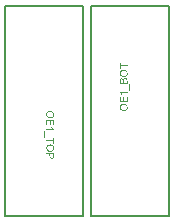
<source format=gbr>
%TF.GenerationSoftware,Altium Limited,Altium Designer,23.3.1 (30)*%
G04 Layer_Color=32896*
%FSLAX45Y45*%
%MOMM*%
%TF.SameCoordinates,9B08417B-AAB0-44DC-96C9-EC8FD7F4D7BA*%
%TF.FilePolarity,Positive*%
%TF.FileFunction,Other,Top_Value*%
%TF.Part,Single*%
G01*
G75*
%TA.AperFunction,NonConductor*%
%ADD40C,0.20000*%
G36*
X4271801Y2305388D02*
X4272874D01*
X4274239Y2305193D01*
X4275800Y2304998D01*
X4277458Y2304803D01*
X4279409Y2304412D01*
X4281359Y2303925D01*
X4283407Y2303437D01*
X4285456Y2302754D01*
X4287504Y2301877D01*
X4289552Y2300901D01*
X4291601Y2299828D01*
X4293454Y2298463D01*
X4295209Y2297000D01*
X4295307Y2296902D01*
X4295599Y2296610D01*
X4296087Y2296122D01*
X4296672Y2295439D01*
X4297355Y2294561D01*
X4298038Y2293586D01*
X4298916Y2292416D01*
X4299794Y2291050D01*
X4300574Y2289489D01*
X4301452Y2287831D01*
X4302134Y2285978D01*
X4302915Y2284027D01*
X4303402Y2281979D01*
X4303890Y2279736D01*
X4304183Y2277297D01*
X4304280Y2274859D01*
Y2273981D01*
X4304183Y2273396D01*
Y2272616D01*
X4304085Y2271640D01*
X4303890Y2270665D01*
X4303793Y2269495D01*
X4303207Y2267056D01*
X4302427Y2264325D01*
X4301452Y2261594D01*
X4300769Y2260229D01*
X4299989Y2258863D01*
Y2258766D01*
X4299794Y2258571D01*
X4299598Y2258180D01*
X4299208Y2257693D01*
X4298818Y2257108D01*
X4298233Y2256425D01*
X4296965Y2254864D01*
X4295307Y2253109D01*
X4293259Y2251255D01*
X4290918Y2249597D01*
X4288187Y2248037D01*
X4288089D01*
X4287797Y2247842D01*
X4287406Y2247647D01*
X4286821Y2247451D01*
X4286138Y2247159D01*
X4285261Y2246866D01*
X4284285Y2246476D01*
X4283212Y2246086D01*
X4281944Y2245793D01*
X4280676Y2245403D01*
X4277750Y2244818D01*
X4274532Y2244428D01*
X4271020Y2244233D01*
X4270923D01*
X4270630D01*
X4270045D01*
X4269362Y2244330D01*
X4268484D01*
X4267509Y2244428D01*
X4266436Y2244525D01*
X4265168Y2244720D01*
X4262437Y2245208D01*
X4259511Y2245891D01*
X4256488Y2246866D01*
X4253561Y2248232D01*
X4253464D01*
X4253269Y2248427D01*
X4252879Y2248622D01*
X4252294Y2248914D01*
X4251708Y2249402D01*
X4250928Y2249890D01*
X4249270Y2251060D01*
X4247417Y2252621D01*
X4245466Y2254572D01*
X4243613Y2256815D01*
X4241955Y2259351D01*
Y2259448D01*
X4241760Y2259643D01*
X4241565Y2260034D01*
X4241369Y2260619D01*
X4241077Y2261302D01*
X4240687Y2262082D01*
X4240394Y2262960D01*
X4240004Y2264033D01*
X4239321Y2266276D01*
X4238638Y2268909D01*
X4238248Y2271835D01*
X4238053Y2274859D01*
Y2275737D01*
X4238151Y2276420D01*
Y2277200D01*
X4238248Y2278078D01*
X4238443Y2279151D01*
X4238638Y2280321D01*
X4239126Y2282759D01*
X4239906Y2285490D01*
X4240979Y2288319D01*
X4241565Y2289685D01*
X4242345Y2291050D01*
X4242442Y2291148D01*
X4242540Y2291343D01*
X4242833Y2291733D01*
X4243125Y2292220D01*
X4243613Y2292806D01*
X4244100Y2293488D01*
X4245466Y2295049D01*
X4247222Y2296805D01*
X4249172Y2298658D01*
X4251611Y2300316D01*
X4254244Y2301877D01*
X4254342D01*
X4254634Y2302072D01*
X4255025Y2302169D01*
X4255610Y2302462D01*
X4256292Y2302754D01*
X4257073Y2303047D01*
X4258048Y2303340D01*
X4259121Y2303632D01*
X4260291Y2304022D01*
X4261462Y2304315D01*
X4264193Y2304900D01*
X4267119Y2305290D01*
X4270240Y2305485D01*
X4270435D01*
X4270923D01*
X4271801Y2305388D01*
D02*
G37*
G36*
X4303207Y2186784D02*
X4295697D01*
Y2224628D01*
X4275995D01*
Y2189222D01*
X4268484D01*
Y2224628D01*
X4246636D01*
Y2185321D01*
X4239126D01*
Y2233114D01*
X4303207D01*
Y2186784D01*
D02*
G37*
G36*
X4287406Y2170691D02*
X4287504Y2170496D01*
X4287699Y2170105D01*
X4287992Y2169715D01*
X4288284Y2169130D01*
X4288577Y2168447D01*
X4289455Y2166887D01*
X4290528Y2165131D01*
X4291796Y2163180D01*
X4293259Y2161230D01*
X4294819Y2159376D01*
X4294917Y2159279D01*
X4295014Y2159181D01*
X4295599Y2158596D01*
X4296477Y2157718D01*
X4297550Y2156645D01*
X4298916Y2155475D01*
X4300379Y2154305D01*
X4301939Y2153232D01*
X4303500Y2152354D01*
Y2147184D01*
X4239126D01*
Y2155085D01*
X4289260D01*
X4289162Y2155182D01*
X4288772Y2155573D01*
X4288284Y2156255D01*
X4287602Y2157133D01*
X4286724Y2158206D01*
X4285846Y2159474D01*
X4284773Y2160937D01*
X4283798Y2162595D01*
Y2162693D01*
X4283700Y2162790D01*
X4283310Y2163375D01*
X4282822Y2164253D01*
X4282237Y2165326D01*
X4281554Y2166594D01*
X4280969Y2167960D01*
X4280286Y2169423D01*
X4279701Y2170788D01*
X4287406D01*
Y2170691D01*
D02*
G37*
G36*
X4227032Y2080080D02*
X4221375D01*
Y2132164D01*
X4227032D01*
Y2080080D01*
D02*
G37*
G36*
X4303207Y2028288D02*
X4295697D01*
Y2049356D01*
X4239126D01*
Y2057841D01*
X4295697D01*
Y2078909D01*
X4303207D01*
Y2028288D01*
D02*
G37*
G36*
X4271801Y2022046D02*
X4272874D01*
X4274239Y2021851D01*
X4275800Y2021656D01*
X4277458Y2021461D01*
X4279409Y2021070D01*
X4281359Y2020583D01*
X4283407Y2020095D01*
X4285456Y2019412D01*
X4287504Y2018534D01*
X4289552Y2017559D01*
X4291601Y2016486D01*
X4293454Y2015121D01*
X4295209Y2013658D01*
X4295307Y2013560D01*
X4295599Y2013267D01*
X4296087Y2012780D01*
X4296672Y2012097D01*
X4297355Y2011219D01*
X4298038Y2010244D01*
X4298916Y2009073D01*
X4299794Y2007708D01*
X4300574Y2006147D01*
X4301452Y2004489D01*
X4302134Y2002636D01*
X4302915Y2000685D01*
X4303402Y1998637D01*
X4303890Y1996394D01*
X4304183Y1993955D01*
X4304280Y1991517D01*
Y1990639D01*
X4304183Y1990054D01*
Y1989274D01*
X4304085Y1988298D01*
X4303890Y1987323D01*
X4303793Y1986152D01*
X4303207Y1983714D01*
X4302427Y1980983D01*
X4301452Y1978252D01*
X4300769Y1976887D01*
X4299989Y1975521D01*
Y1975424D01*
X4299794Y1975228D01*
X4299598Y1974838D01*
X4299208Y1974351D01*
X4298818Y1973765D01*
X4298233Y1973083D01*
X4296965Y1971522D01*
X4295307Y1969766D01*
X4293259Y1967913D01*
X4290918Y1966255D01*
X4288187Y1964695D01*
X4288089D01*
X4287797Y1964499D01*
X4287406Y1964304D01*
X4286821Y1964109D01*
X4286138Y1963817D01*
X4285261Y1963524D01*
X4284285Y1963134D01*
X4283212Y1962744D01*
X4281944Y1962451D01*
X4280676Y1962061D01*
X4277750Y1961476D01*
X4274532Y1961086D01*
X4271020Y1960891D01*
X4270923D01*
X4270630D01*
X4270045D01*
X4269362Y1960988D01*
X4268484D01*
X4267509Y1961086D01*
X4266436Y1961183D01*
X4265168Y1961378D01*
X4262437Y1961866D01*
X4259511Y1962549D01*
X4256488Y1963524D01*
X4253561Y1964890D01*
X4253464D01*
X4253269Y1965085D01*
X4252879Y1965280D01*
X4252294Y1965572D01*
X4251708Y1966060D01*
X4250928Y1966548D01*
X4249270Y1967718D01*
X4247417Y1969279D01*
X4245466Y1971229D01*
X4243613Y1973473D01*
X4241955Y1976009D01*
Y1976106D01*
X4241760Y1976301D01*
X4241565Y1976692D01*
X4241369Y1977277D01*
X4241077Y1977959D01*
X4240687Y1978740D01*
X4240394Y1979618D01*
X4240004Y1980690D01*
X4239321Y1982934D01*
X4238638Y1985567D01*
X4238248Y1988493D01*
X4238053Y1991517D01*
Y1992395D01*
X4238151Y1993078D01*
Y1993858D01*
X4238248Y1994736D01*
X4238443Y1995809D01*
X4238638Y1996979D01*
X4239126Y1999417D01*
X4239906Y2002148D01*
X4240979Y2004977D01*
X4241565Y2006342D01*
X4242345Y2007708D01*
X4242442Y2007805D01*
X4242540Y2008001D01*
X4242833Y2008391D01*
X4243125Y2008878D01*
X4243613Y2009464D01*
X4244100Y2010146D01*
X4245466Y2011707D01*
X4247222Y2013463D01*
X4249172Y2015316D01*
X4251611Y2016974D01*
X4254244Y2018534D01*
X4254342D01*
X4254634Y2018730D01*
X4255025Y2018827D01*
X4255610Y2019120D01*
X4256292Y2019412D01*
X4257073Y2019705D01*
X4258048Y2019997D01*
X4259121Y2020290D01*
X4260291Y2020680D01*
X4261462Y2020973D01*
X4264193Y2021558D01*
X4267119Y2021948D01*
X4270240Y2022143D01*
X4270435D01*
X4270923D01*
X4271801Y2022046D01*
D02*
G37*
G36*
X4303207Y1923729D02*
X4303110Y1922266D01*
X4303012Y1920706D01*
X4302915Y1919048D01*
X4302720Y1917487D01*
X4302525Y1916122D01*
Y1915927D01*
X4302329Y1915341D01*
X4302134Y1914464D01*
X4301842Y1913391D01*
X4301452Y1912123D01*
X4300964Y1910855D01*
X4300281Y1909489D01*
X4299501Y1908221D01*
X4299403Y1908124D01*
X4299111Y1907636D01*
X4298623Y1907051D01*
X4297940Y1906368D01*
X4297063Y1905588D01*
X4295990Y1904710D01*
X4294819Y1903832D01*
X4293356Y1903052D01*
X4293161Y1902954D01*
X4292673Y1902759D01*
X4291893Y1902467D01*
X4290820Y1902076D01*
X4289552Y1901686D01*
X4288089Y1901394D01*
X4286431Y1901199D01*
X4284675Y1901101D01*
X4284578D01*
X4284285D01*
X4283895D01*
X4283310Y1901199D01*
X4282627Y1901296D01*
X4281749Y1901394D01*
X4280872Y1901491D01*
X4279896Y1901784D01*
X4277653Y1902369D01*
X4275410Y1903344D01*
X4274239Y1903930D01*
X4273069Y1904612D01*
X4271898Y1905393D01*
X4270825Y1906368D01*
X4270728Y1906466D01*
X4270630Y1906661D01*
X4270338Y1906953D01*
X4269948Y1907343D01*
X4269557Y1908026D01*
X4269070Y1908709D01*
X4268582Y1909587D01*
X4268094Y1910660D01*
X4267509Y1911830D01*
X4267021Y1913196D01*
X4266534Y1914756D01*
X4266144Y1916414D01*
X4265753Y1918365D01*
X4265461Y1920413D01*
X4265363Y1922657D01*
X4265266Y1925095D01*
Y1941481D01*
X4239126D01*
Y1949967D01*
X4303207D01*
Y1923729D01*
D02*
G37*
G36*
X4869369Y2690848D02*
X4925940D01*
Y2682362D01*
X4869369D01*
Y2661294D01*
X4861859D01*
Y2711916D01*
X4869369D01*
Y2690848D01*
D02*
G37*
G36*
X4895704Y2655052D02*
X4896582D01*
X4897557Y2654955D01*
X4898630Y2654857D01*
X4899898Y2654662D01*
X4902629Y2654174D01*
X4905555Y2653492D01*
X4908578Y2652516D01*
X4911505Y2651151D01*
X4911602D01*
X4911797Y2650956D01*
X4912187Y2650761D01*
X4912772Y2650468D01*
X4913358Y2649980D01*
X4914138Y2649493D01*
X4915796Y2648322D01*
X4917649Y2646762D01*
X4919600Y2644811D01*
X4921453Y2642567D01*
X4923111Y2640032D01*
Y2639934D01*
X4923306Y2639739D01*
X4923501Y2639349D01*
X4923697Y2638764D01*
X4923989Y2638081D01*
X4924379Y2637301D01*
X4924672Y2636423D01*
X4925062Y2635350D01*
X4925745Y2633106D01*
X4926428Y2630473D01*
X4926818Y2627547D01*
X4927013Y2624523D01*
Y2623646D01*
X4926915Y2622963D01*
Y2622182D01*
X4926818Y2621305D01*
X4926623Y2620232D01*
X4926428Y2619061D01*
X4925940Y2616623D01*
X4925160Y2613892D01*
X4924087Y2611063D01*
X4923501Y2609698D01*
X4922721Y2608332D01*
X4922624Y2608235D01*
X4922526Y2608040D01*
X4922233Y2607650D01*
X4921941Y2607162D01*
X4921453Y2606577D01*
X4920966Y2605894D01*
X4919600Y2604333D01*
X4917844Y2602578D01*
X4915894Y2600725D01*
X4913455Y2599066D01*
X4910822Y2597506D01*
X4910724D01*
X4910432Y2597311D01*
X4910041Y2597213D01*
X4909456Y2596921D01*
X4908774Y2596628D01*
X4907993Y2596335D01*
X4907018Y2596043D01*
X4905945Y2595750D01*
X4904775Y2595360D01*
X4903604Y2595067D01*
X4900873Y2594482D01*
X4897947Y2594092D01*
X4894826Y2593897D01*
X4894631D01*
X4894143D01*
X4893265Y2593995D01*
X4892192D01*
X4890827Y2594190D01*
X4889266Y2594385D01*
X4887608Y2594580D01*
X4885657Y2594970D01*
X4883707Y2595458D01*
X4881659Y2595945D01*
X4879610Y2596628D01*
X4877562Y2597506D01*
X4875514Y2598481D01*
X4873465Y2599554D01*
X4871612Y2600920D01*
X4869857Y2602383D01*
X4869759Y2602480D01*
X4869467Y2602773D01*
X4868979Y2603260D01*
X4868394Y2603943D01*
X4867711Y2604821D01*
X4867028Y2605796D01*
X4866150Y2606967D01*
X4865272Y2608332D01*
X4864492Y2609893D01*
X4863614Y2611551D01*
X4862932Y2613404D01*
X4862151Y2615355D01*
X4861664Y2617403D01*
X4861176Y2619647D01*
X4860883Y2622085D01*
X4860786Y2624523D01*
Y2625401D01*
X4860883Y2625986D01*
Y2626767D01*
X4860981Y2627742D01*
X4861176Y2628717D01*
X4861273Y2629888D01*
X4861859Y2632326D01*
X4862639Y2635057D01*
X4863614Y2637788D01*
X4864297Y2639154D01*
X4865077Y2640519D01*
Y2640617D01*
X4865272Y2640812D01*
X4865468Y2641202D01*
X4865858Y2641690D01*
X4866248Y2642275D01*
X4866833Y2642958D01*
X4868101Y2644518D01*
X4869759Y2646274D01*
X4871807Y2648127D01*
X4874148Y2649785D01*
X4876879Y2651346D01*
X4876977D01*
X4877269Y2651541D01*
X4877660Y2651736D01*
X4878245Y2651931D01*
X4878928Y2652224D01*
X4879805Y2652516D01*
X4880781Y2652906D01*
X4881854Y2653296D01*
X4883122Y2653589D01*
X4884390Y2653979D01*
X4887316Y2654564D01*
X4890534Y2654955D01*
X4894046Y2655150D01*
X4894143D01*
X4894436D01*
X4895021D01*
X4895704Y2655052D01*
D02*
G37*
G36*
X4909066Y2584729D02*
X4910139Y2584631D01*
X4911407Y2584338D01*
X4912870Y2584046D01*
X4914333Y2583558D01*
X4915796Y2582875D01*
X4915991Y2582778D01*
X4916479Y2582583D01*
X4917162Y2582095D01*
X4918039Y2581607D01*
X4919015Y2580925D01*
X4919990Y2580144D01*
X4920966Y2579169D01*
X4921843Y2578194D01*
X4921941Y2578096D01*
X4922136Y2577706D01*
X4922526Y2577121D01*
X4923014Y2576243D01*
X4923501Y2575268D01*
X4923989Y2574000D01*
X4924477Y2572634D01*
X4924964Y2571171D01*
Y2570976D01*
X4925160Y2570391D01*
X4925257Y2569513D01*
X4925452Y2568343D01*
X4925647Y2566782D01*
X4925745Y2565026D01*
X4925940Y2563076D01*
Y2536448D01*
X4861859D01*
Y2561613D01*
X4861956Y2562295D01*
Y2562978D01*
X4862054Y2564636D01*
X4862346Y2566489D01*
X4862639Y2568440D01*
X4863127Y2570391D01*
X4863809Y2572146D01*
Y2572244D01*
X4863907Y2572342D01*
X4864200Y2572927D01*
X4864687Y2573707D01*
X4865272Y2574682D01*
X4866150Y2575853D01*
X4867223Y2577023D01*
X4868394Y2578096D01*
X4869857Y2579169D01*
X4870052Y2579267D01*
X4870539Y2579559D01*
X4871417Y2579949D01*
X4872490Y2580437D01*
X4873758Y2580925D01*
X4875124Y2581315D01*
X4876684Y2581607D01*
X4878342Y2581705D01*
X4878537D01*
X4879025D01*
X4879805Y2581607D01*
X4880878Y2581412D01*
X4882049Y2581120D01*
X4883317Y2580730D01*
X4884780Y2580242D01*
X4886145Y2579462D01*
X4886340Y2579364D01*
X4886730Y2579072D01*
X4887413Y2578486D01*
X4888193Y2577804D01*
X4889169Y2576828D01*
X4890047Y2575658D01*
X4891022Y2574292D01*
X4891900Y2572634D01*
Y2572732D01*
X4891997Y2572927D01*
X4892095Y2573219D01*
X4892192Y2573610D01*
X4892680Y2574682D01*
X4893265Y2575950D01*
X4894143Y2577413D01*
X4895118Y2578876D01*
X4896289Y2580340D01*
X4897752Y2581607D01*
X4897947Y2581705D01*
X4898435Y2582095D01*
X4899313Y2582583D01*
X4900483Y2583266D01*
X4901946Y2583851D01*
X4903507Y2584338D01*
X4905360Y2584729D01*
X4907408Y2584826D01*
X4907603D01*
X4908188D01*
X4909066Y2584729D01*
D02*
G37*
G36*
X4943691Y2478805D02*
X4938034D01*
Y2530889D01*
X4943691D01*
Y2478805D01*
D02*
G37*
G36*
X4925940Y2455884D02*
X4875806D01*
X4875904Y2455786D01*
X4876294Y2455396D01*
X4876782Y2454713D01*
X4877464Y2453835D01*
X4878342Y2452762D01*
X4879220Y2451494D01*
X4880293Y2450031D01*
X4881268Y2448373D01*
Y2448276D01*
X4881366Y2448178D01*
X4881756Y2447593D01*
X4882244Y2446715D01*
X4882829Y2445642D01*
X4883512Y2444374D01*
X4884097Y2443009D01*
X4884780Y2441546D01*
X4885365Y2440180D01*
X4877660D01*
Y2440278D01*
X4877562Y2440473D01*
X4877367Y2440863D01*
X4877074Y2441253D01*
X4876782Y2441838D01*
X4876489Y2442521D01*
X4875611Y2444082D01*
X4874538Y2445837D01*
X4873270Y2447788D01*
X4871807Y2449739D01*
X4870247Y2451592D01*
X4870149Y2451690D01*
X4870052Y2451787D01*
X4869467Y2452372D01*
X4868589Y2453250D01*
X4867516Y2454323D01*
X4866150Y2455493D01*
X4864687Y2456664D01*
X4863127Y2457737D01*
X4861566Y2458615D01*
Y2463784D01*
X4925940D01*
Y2455884D01*
D02*
G37*
G36*
Y2377855D02*
X4861859D01*
Y2424184D01*
X4869369D01*
Y2386340D01*
X4889071D01*
Y2421746D01*
X4896582D01*
Y2386340D01*
X4918430D01*
Y2425647D01*
X4925940D01*
Y2377855D01*
D02*
G37*
G36*
X4895704Y2366638D02*
X4896582D01*
X4897557Y2366541D01*
X4898630Y2366443D01*
X4899898Y2366248D01*
X4902629Y2365760D01*
X4905555Y2365078D01*
X4908578Y2364102D01*
X4911505Y2362737D01*
X4911602D01*
X4911797Y2362542D01*
X4912187Y2362347D01*
X4912772Y2362054D01*
X4913358Y2361566D01*
X4914138Y2361079D01*
X4915796Y2359908D01*
X4917649Y2358348D01*
X4919600Y2356397D01*
X4921453Y2354154D01*
X4923111Y2351618D01*
Y2351520D01*
X4923306Y2351325D01*
X4923501Y2350935D01*
X4923697Y2350350D01*
X4923989Y2349667D01*
X4924379Y2348887D01*
X4924672Y2348009D01*
X4925062Y2346936D01*
X4925745Y2344693D01*
X4926428Y2342059D01*
X4926818Y2339133D01*
X4927013Y2336109D01*
Y2335232D01*
X4926915Y2334549D01*
Y2333769D01*
X4926818Y2332891D01*
X4926623Y2331818D01*
X4926428Y2330647D01*
X4925940Y2328209D01*
X4925160Y2325478D01*
X4924087Y2322649D01*
X4923501Y2321284D01*
X4922721Y2319918D01*
X4922624Y2319821D01*
X4922526Y2319626D01*
X4922233Y2319236D01*
X4921941Y2318748D01*
X4921453Y2318163D01*
X4920966Y2317480D01*
X4919600Y2315919D01*
X4917844Y2314164D01*
X4915894Y2312311D01*
X4913455Y2310652D01*
X4910822Y2309092D01*
X4910724D01*
X4910432Y2308897D01*
X4910041Y2308799D01*
X4909456Y2308507D01*
X4908774Y2308214D01*
X4907993Y2307921D01*
X4907018Y2307629D01*
X4905945Y2307336D01*
X4904775Y2306946D01*
X4903604Y2306654D01*
X4900873Y2306068D01*
X4897947Y2305678D01*
X4894826Y2305483D01*
X4894631D01*
X4894143D01*
X4893265Y2305581D01*
X4892192D01*
X4890827Y2305776D01*
X4889266Y2305971D01*
X4887608Y2306166D01*
X4885657Y2306556D01*
X4883707Y2307044D01*
X4881659Y2307531D01*
X4879610Y2308214D01*
X4877562Y2309092D01*
X4875514Y2310067D01*
X4873465Y2311140D01*
X4871612Y2312506D01*
X4869857Y2313969D01*
X4869759Y2314066D01*
X4869467Y2314359D01*
X4868979Y2314847D01*
X4868394Y2315529D01*
X4867711Y2316407D01*
X4867028Y2317382D01*
X4866150Y2318553D01*
X4865272Y2319918D01*
X4864492Y2321479D01*
X4863614Y2323137D01*
X4862932Y2324990D01*
X4862151Y2326941D01*
X4861664Y2328989D01*
X4861176Y2331233D01*
X4860883Y2333671D01*
X4860786Y2336109D01*
Y2336987D01*
X4860883Y2337572D01*
Y2338353D01*
X4860981Y2339328D01*
X4861176Y2340303D01*
X4861273Y2341474D01*
X4861859Y2343912D01*
X4862639Y2346643D01*
X4863614Y2349374D01*
X4864297Y2350740D01*
X4865077Y2352105D01*
Y2352203D01*
X4865272Y2352398D01*
X4865468Y2352788D01*
X4865858Y2353276D01*
X4866248Y2353861D01*
X4866833Y2354544D01*
X4868101Y2356104D01*
X4869759Y2357860D01*
X4871807Y2359713D01*
X4874148Y2361371D01*
X4876879Y2362932D01*
X4876977D01*
X4877269Y2363127D01*
X4877660Y2363322D01*
X4878245Y2363517D01*
X4878928Y2363810D01*
X4879805Y2364102D01*
X4880781Y2364492D01*
X4881854Y2364882D01*
X4883122Y2365175D01*
X4884390Y2365565D01*
X4887316Y2366150D01*
X4890534Y2366541D01*
X4894046Y2366736D01*
X4894143D01*
X4894436D01*
X4895021D01*
X4895704Y2366638D01*
D02*
G37*
%LPC*%
G36*
X4270143Y2296707D02*
X4270045D01*
X4269655D01*
X4269070D01*
X4268192Y2296610D01*
X4267217Y2296512D01*
X4266144Y2296415D01*
X4264876Y2296219D01*
X4263510Y2295927D01*
X4260584Y2295244D01*
X4259121Y2294659D01*
X4257560Y2294074D01*
X4256097Y2293391D01*
X4254634Y2292611D01*
X4253171Y2291635D01*
X4251903Y2290562D01*
X4251806Y2290465D01*
X4251611Y2290270D01*
X4251318Y2289880D01*
X4250830Y2289392D01*
X4250343Y2288807D01*
X4249855Y2288124D01*
X4249172Y2287246D01*
X4248587Y2286271D01*
X4248002Y2285198D01*
X4247417Y2284027D01*
X4246831Y2282759D01*
X4246344Y2281296D01*
X4245856Y2279833D01*
X4245564Y2278273D01*
X4245368Y2276712D01*
X4245271Y2274957D01*
Y2274079D01*
X4245368Y2273396D01*
X4245466Y2272518D01*
X4245661Y2271640D01*
X4245856Y2270567D01*
X4246149Y2269397D01*
X4246929Y2266959D01*
X4247417Y2265593D01*
X4248099Y2264325D01*
X4248880Y2262960D01*
X4249758Y2261692D01*
X4250733Y2260424D01*
X4251903Y2259253D01*
X4252001Y2259156D01*
X4252196Y2258961D01*
X4252586Y2258668D01*
X4253171Y2258278D01*
X4253854Y2257790D01*
X4254732Y2257303D01*
X4255707Y2256717D01*
X4256780Y2256132D01*
X4258146Y2255547D01*
X4259511Y2254962D01*
X4261072Y2254474D01*
X4262827Y2253986D01*
X4264681Y2253596D01*
X4266631Y2253304D01*
X4268777Y2253109D01*
X4271020Y2253011D01*
X4271118D01*
X4271411D01*
X4271801D01*
X4272288D01*
X4272971Y2253109D01*
X4273849D01*
X4275702Y2253304D01*
X4277750Y2253694D01*
X4280091Y2254181D01*
X4282432Y2254864D01*
X4284675Y2255742D01*
X4284773D01*
X4284968Y2255840D01*
X4285261Y2256035D01*
X4285651Y2256230D01*
X4286724Y2256815D01*
X4287992Y2257693D01*
X4289455Y2258766D01*
X4291015Y2260131D01*
X4292478Y2261692D01*
X4293746Y2263447D01*
Y2263545D01*
X4293844Y2263642D01*
X4294039Y2263935D01*
X4294234Y2264325D01*
X4294722Y2265398D01*
X4295404Y2266764D01*
X4295990Y2268422D01*
X4296477Y2270372D01*
X4296867Y2272518D01*
X4296965Y2274859D01*
Y2275737D01*
X4296867Y2276322D01*
X4296770Y2277102D01*
X4296672Y2278078D01*
X4296477Y2279053D01*
X4296185Y2280126D01*
X4295404Y2282564D01*
X4294917Y2283832D01*
X4294332Y2285100D01*
X4293649Y2286466D01*
X4292771Y2287734D01*
X4291796Y2289002D01*
X4290723Y2290270D01*
X4290625Y2290367D01*
X4290430Y2290562D01*
X4290040Y2290855D01*
X4289552Y2291245D01*
X4288870Y2291733D01*
X4287992Y2292318D01*
X4287016Y2292903D01*
X4285846Y2293488D01*
X4284480Y2294074D01*
X4283017Y2294659D01*
X4281359Y2295244D01*
X4279409Y2295732D01*
X4277360Y2296122D01*
X4275214Y2296415D01*
X4272776Y2296610D01*
X4270143Y2296707D01*
D02*
G37*
G36*
Y2013365D02*
X4270045D01*
X4269655D01*
X4269070D01*
X4268192Y2013267D01*
X4267217Y2013170D01*
X4266144Y2013072D01*
X4264876Y2012877D01*
X4263510Y2012585D01*
X4260584Y2011902D01*
X4259121Y2011317D01*
X4257560Y2010732D01*
X4256097Y2010049D01*
X4254634Y2009269D01*
X4253171Y2008293D01*
X4251903Y2007220D01*
X4251806Y2007123D01*
X4251611Y2006928D01*
X4251318Y2006538D01*
X4250830Y2006050D01*
X4250343Y2005465D01*
X4249855Y2004782D01*
X4249172Y2003904D01*
X4248587Y2002929D01*
X4248002Y2001856D01*
X4247417Y2000685D01*
X4246831Y1999417D01*
X4246344Y1997954D01*
X4245856Y1996491D01*
X4245564Y1994931D01*
X4245368Y1993370D01*
X4245271Y1991615D01*
Y1990737D01*
X4245368Y1990054D01*
X4245466Y1989176D01*
X4245661Y1988298D01*
X4245856Y1987225D01*
X4246149Y1986055D01*
X4246929Y1983617D01*
X4247417Y1982251D01*
X4248099Y1980983D01*
X4248880Y1979618D01*
X4249758Y1978350D01*
X4250733Y1977082D01*
X4251903Y1975911D01*
X4252001Y1975814D01*
X4252196Y1975619D01*
X4252586Y1975326D01*
X4253171Y1974936D01*
X4253854Y1974448D01*
X4254732Y1973960D01*
X4255707Y1973375D01*
X4256780Y1972790D01*
X4258146Y1972205D01*
X4259511Y1971620D01*
X4261072Y1971132D01*
X4262827Y1970644D01*
X4264681Y1970254D01*
X4266631Y1969962D01*
X4268777Y1969766D01*
X4271020Y1969669D01*
X4271118D01*
X4271411D01*
X4271801D01*
X4272288D01*
X4272971Y1969766D01*
X4273849D01*
X4275702Y1969962D01*
X4277750Y1970352D01*
X4280091Y1970839D01*
X4282432Y1971522D01*
X4284675Y1972400D01*
X4284773D01*
X4284968Y1972497D01*
X4285261Y1972693D01*
X4285651Y1972888D01*
X4286724Y1973473D01*
X4287992Y1974351D01*
X4289455Y1975424D01*
X4291015Y1976789D01*
X4292478Y1978350D01*
X4293746Y1980105D01*
Y1980203D01*
X4293844Y1980300D01*
X4294039Y1980593D01*
X4294234Y1980983D01*
X4294722Y1982056D01*
X4295404Y1983421D01*
X4295990Y1985080D01*
X4296477Y1987030D01*
X4296867Y1989176D01*
X4296965Y1991517D01*
Y1992395D01*
X4296867Y1992980D01*
X4296770Y1993760D01*
X4296672Y1994736D01*
X4296477Y1995711D01*
X4296185Y1996784D01*
X4295404Y1999222D01*
X4294917Y2000490D01*
X4294332Y2001758D01*
X4293649Y2003124D01*
X4292771Y2004392D01*
X4291796Y2005660D01*
X4290723Y2006928D01*
X4290625Y2007025D01*
X4290430Y2007220D01*
X4290040Y2007513D01*
X4289552Y2007903D01*
X4288870Y2008391D01*
X4287992Y2008976D01*
X4287016Y2009561D01*
X4285846Y2010146D01*
X4284480Y2010732D01*
X4283017Y2011317D01*
X4281359Y2011902D01*
X4279409Y2012390D01*
X4277360Y2012780D01*
X4275214Y2013072D01*
X4272776Y2013267D01*
X4270143Y2013365D01*
D02*
G37*
G36*
X4295697Y1941481D02*
X4272776D01*
Y1924217D01*
X4272874Y1923632D01*
Y1922949D01*
X4272971Y1922266D01*
X4273166Y1920511D01*
X4273556Y1918560D01*
X4274044Y1916609D01*
X4274824Y1914854D01*
X4275312Y1914073D01*
X4275800Y1913391D01*
X4275897Y1913196D01*
X4276385Y1912805D01*
X4277068Y1912318D01*
X4278043Y1911635D01*
X4279213Y1910952D01*
X4280676Y1910465D01*
X4282432Y1910074D01*
X4284383Y1909879D01*
X4284578D01*
X4285066D01*
X4285846Y1909977D01*
X4286821Y1910172D01*
X4287894Y1910367D01*
X4289065Y1910757D01*
X4290235Y1911245D01*
X4291308Y1911928D01*
X4291405Y1912025D01*
X4291796Y1912318D01*
X4292283Y1912708D01*
X4292868Y1913391D01*
X4293454Y1914171D01*
X4294136Y1915049D01*
X4294624Y1916122D01*
X4295112Y1917292D01*
Y1917390D01*
X4295209Y1917682D01*
X4295307Y1918267D01*
X4295404Y1919048D01*
X4295502Y1920121D01*
X4295599Y1921486D01*
X4295697Y1923242D01*
Y1941481D01*
D02*
G37*
G36*
X4894046Y2646371D02*
X4893948D01*
X4893655D01*
X4893265D01*
X4892778D01*
X4892095Y2646274D01*
X4891217D01*
X4889364Y2646079D01*
X4887316Y2645689D01*
X4884975Y2645201D01*
X4882634Y2644518D01*
X4880391Y2643640D01*
X4880293D01*
X4880098Y2643543D01*
X4879805Y2643348D01*
X4879415Y2643153D01*
X4878342Y2642567D01*
X4877074Y2641690D01*
X4875611Y2640617D01*
X4874051Y2639251D01*
X4872588Y2637691D01*
X4871320Y2635935D01*
Y2635838D01*
X4871222Y2635740D01*
X4871027Y2635447D01*
X4870832Y2635057D01*
X4870344Y2633984D01*
X4869662Y2632619D01*
X4869076Y2630961D01*
X4868589Y2629010D01*
X4868199Y2626864D01*
X4868101Y2624523D01*
Y2623646D01*
X4868199Y2623060D01*
X4868296Y2622280D01*
X4868394Y2621305D01*
X4868589Y2620329D01*
X4868881Y2619256D01*
X4869662Y2616818D01*
X4870149Y2615550D01*
X4870734Y2614282D01*
X4871417Y2612917D01*
X4872295Y2611649D01*
X4873270Y2610381D01*
X4874343Y2609113D01*
X4874441Y2609015D01*
X4874636Y2608820D01*
X4875026Y2608527D01*
X4875514Y2608137D01*
X4876196Y2607650D01*
X4877074Y2607064D01*
X4878050Y2606479D01*
X4879220Y2605894D01*
X4880586Y2605309D01*
X4882049Y2604724D01*
X4883707Y2604138D01*
X4885657Y2603651D01*
X4887706Y2603260D01*
X4889852Y2602968D01*
X4892290Y2602773D01*
X4894923Y2602675D01*
X4895021D01*
X4895411D01*
X4895996D01*
X4896874Y2602773D01*
X4897849Y2602870D01*
X4898922Y2602968D01*
X4900190Y2603163D01*
X4901556Y2603456D01*
X4904482Y2604138D01*
X4905945Y2604724D01*
X4907506Y2605309D01*
X4908969Y2605991D01*
X4910432Y2606772D01*
X4911895Y2607747D01*
X4913163Y2608820D01*
X4913260Y2608918D01*
X4913455Y2609113D01*
X4913748Y2609503D01*
X4914236Y2609990D01*
X4914723Y2610576D01*
X4915211Y2611258D01*
X4915894Y2612136D01*
X4916479Y2613112D01*
X4917064Y2614185D01*
X4917649Y2615355D01*
X4918235Y2616623D01*
X4918722Y2618086D01*
X4919210Y2619549D01*
X4919502Y2621110D01*
X4919698Y2622670D01*
X4919795Y2624426D01*
Y2625304D01*
X4919698Y2625986D01*
X4919600Y2626864D01*
X4919405Y2627742D01*
X4919210Y2628815D01*
X4918917Y2629985D01*
X4918137Y2632424D01*
X4917649Y2633789D01*
X4916967Y2635057D01*
X4916186Y2636423D01*
X4915308Y2637691D01*
X4914333Y2638959D01*
X4913163Y2640129D01*
X4913065Y2640227D01*
X4912870Y2640422D01*
X4912480Y2640714D01*
X4911895Y2641104D01*
X4911212Y2641592D01*
X4910334Y2642080D01*
X4909359Y2642665D01*
X4908286Y2643250D01*
X4906920Y2643835D01*
X4905555Y2644421D01*
X4903994Y2644908D01*
X4902239Y2645396D01*
X4900385Y2645786D01*
X4898435Y2646079D01*
X4896289Y2646274D01*
X4894046Y2646371D01*
D02*
G37*
G36*
X4907408Y2576048D02*
X4907213D01*
X4906823D01*
X4906140Y2575950D01*
X4905360Y2575853D01*
X4904384Y2575560D01*
X4903312Y2575268D01*
X4902239Y2574780D01*
X4901263Y2574097D01*
X4901166Y2574000D01*
X4900776Y2573805D01*
X4900385Y2573317D01*
X4899800Y2572732D01*
X4899117Y2572049D01*
X4898532Y2571171D01*
X4897947Y2570196D01*
X4897459Y2569025D01*
X4897362Y2568830D01*
X4897264Y2568440D01*
X4897069Y2567660D01*
X4896874Y2566684D01*
X4896679Y2565319D01*
X4896582Y2563758D01*
X4896386Y2561808D01*
Y2544934D01*
X4918430D01*
Y2563076D01*
X4918332Y2565026D01*
X4918235Y2565904D01*
X4918137Y2566587D01*
Y2566684D01*
X4918039Y2567075D01*
X4917942Y2567660D01*
X4917747Y2568343D01*
X4917259Y2569903D01*
X4916479Y2571464D01*
X4916381Y2571561D01*
X4916284Y2571854D01*
X4915991Y2572146D01*
X4915504Y2572634D01*
X4915016Y2573219D01*
X4914431Y2573707D01*
X4913650Y2574292D01*
X4912870Y2574780D01*
X4912772Y2574878D01*
X4912480Y2574975D01*
X4911992Y2575170D01*
X4911309Y2575463D01*
X4910529Y2575658D01*
X4909554Y2575853D01*
X4908578Y2575950D01*
X4907408Y2576048D01*
D02*
G37*
G36*
X4879318Y2573317D02*
X4879220D01*
X4878732D01*
X4878147Y2573219D01*
X4877367Y2573122D01*
X4876489Y2572927D01*
X4875611Y2572634D01*
X4874636Y2572244D01*
X4873661Y2571756D01*
X4873563Y2571659D01*
X4873270Y2571464D01*
X4872880Y2571074D01*
X4872295Y2570586D01*
X4871807Y2570001D01*
X4871222Y2569220D01*
X4870734Y2568343D01*
X4870344Y2567367D01*
Y2567270D01*
X4870149Y2566782D01*
X4870052Y2566099D01*
X4869857Y2565124D01*
X4869662Y2563758D01*
X4869564Y2562100D01*
X4869369Y2560052D01*
Y2544934D01*
X4888876D01*
Y2560637D01*
X4888779Y2561808D01*
X4888681Y2563173D01*
X4888584Y2564539D01*
X4888388Y2565709D01*
X4888193Y2566782D01*
X4888096Y2566880D01*
X4887998Y2567270D01*
X4887803Y2567855D01*
X4887413Y2568635D01*
X4887023Y2569415D01*
X4886438Y2570196D01*
X4885755Y2570976D01*
X4884975Y2571659D01*
X4884877Y2571756D01*
X4884585Y2571951D01*
X4884097Y2572146D01*
X4883414Y2572537D01*
X4882634Y2572829D01*
X4881659Y2573024D01*
X4880586Y2573219D01*
X4879318Y2573317D01*
D02*
G37*
G36*
X4894046Y2357957D02*
X4893948D01*
X4893655D01*
X4893265D01*
X4892778D01*
X4892095Y2357860D01*
X4891217D01*
X4889364Y2357665D01*
X4887316Y2357275D01*
X4884975Y2356787D01*
X4882634Y2356104D01*
X4880391Y2355226D01*
X4880293D01*
X4880098Y2355129D01*
X4879805Y2354934D01*
X4879415Y2354739D01*
X4878342Y2354154D01*
X4877074Y2353276D01*
X4875611Y2352203D01*
X4874051Y2350837D01*
X4872588Y2349277D01*
X4871320Y2347521D01*
Y2347424D01*
X4871222Y2347326D01*
X4871027Y2347033D01*
X4870832Y2346643D01*
X4870344Y2345570D01*
X4869662Y2344205D01*
X4869076Y2342547D01*
X4868589Y2340596D01*
X4868199Y2338450D01*
X4868101Y2336109D01*
Y2335232D01*
X4868199Y2334646D01*
X4868296Y2333866D01*
X4868394Y2332891D01*
X4868589Y2331915D01*
X4868881Y2330842D01*
X4869662Y2328404D01*
X4870149Y2327136D01*
X4870734Y2325868D01*
X4871417Y2324503D01*
X4872295Y2323235D01*
X4873270Y2321967D01*
X4874343Y2320699D01*
X4874441Y2320601D01*
X4874636Y2320406D01*
X4875026Y2320113D01*
X4875514Y2319723D01*
X4876196Y2319236D01*
X4877074Y2318650D01*
X4878050Y2318065D01*
X4879220Y2317480D01*
X4880586Y2316895D01*
X4882049Y2316310D01*
X4883707Y2315724D01*
X4885657Y2315237D01*
X4887706Y2314847D01*
X4889852Y2314554D01*
X4892290Y2314359D01*
X4894923Y2314261D01*
X4895021D01*
X4895411D01*
X4895996D01*
X4896874Y2314359D01*
X4897849Y2314456D01*
X4898922Y2314554D01*
X4900190Y2314749D01*
X4901556Y2315042D01*
X4904482Y2315724D01*
X4905945Y2316310D01*
X4907506Y2316895D01*
X4908969Y2317578D01*
X4910432Y2318358D01*
X4911895Y2319333D01*
X4913163Y2320406D01*
X4913260Y2320504D01*
X4913455Y2320699D01*
X4913748Y2321089D01*
X4914236Y2321577D01*
X4914723Y2322162D01*
X4915211Y2322844D01*
X4915894Y2323722D01*
X4916479Y2324698D01*
X4917064Y2325771D01*
X4917649Y2326941D01*
X4918235Y2328209D01*
X4918722Y2329672D01*
X4919210Y2331135D01*
X4919502Y2332696D01*
X4919698Y2334256D01*
X4919795Y2336012D01*
Y2336890D01*
X4919698Y2337572D01*
X4919600Y2338450D01*
X4919405Y2339328D01*
X4919210Y2340401D01*
X4918917Y2341571D01*
X4918137Y2344010D01*
X4917649Y2345375D01*
X4916967Y2346643D01*
X4916186Y2348009D01*
X4915308Y2349277D01*
X4914333Y2350545D01*
X4913163Y2351715D01*
X4913065Y2351813D01*
X4912870Y2352008D01*
X4912480Y2352300D01*
X4911895Y2352690D01*
X4911212Y2353178D01*
X4910334Y2353666D01*
X4909359Y2354251D01*
X4908286Y2354836D01*
X4906920Y2355422D01*
X4905555Y2356007D01*
X4903994Y2356494D01*
X4902239Y2356982D01*
X4900385Y2357372D01*
X4898435Y2357665D01*
X4896289Y2357860D01*
X4894046Y2357957D01*
D02*
G37*
%LPD*%
D40*
X4551375Y1420484D02*
X4551376Y3190484D01*
X3891376Y1420484D02*
X4551375Y1420484D01*
X3891375Y3190484D02*
X3891376Y1420484D01*
X3891375Y3190484D02*
X4551376Y3190484D01*
X4613691Y1420484D02*
Y3190484D01*
X5273691D01*
Y1420484D02*
Y3190484D01*
X4613691Y1420484D02*
X5273691D01*
%TF.MD5,54e5a4699f552f8f6ba568b7e140f7ab*%
M02*

</source>
